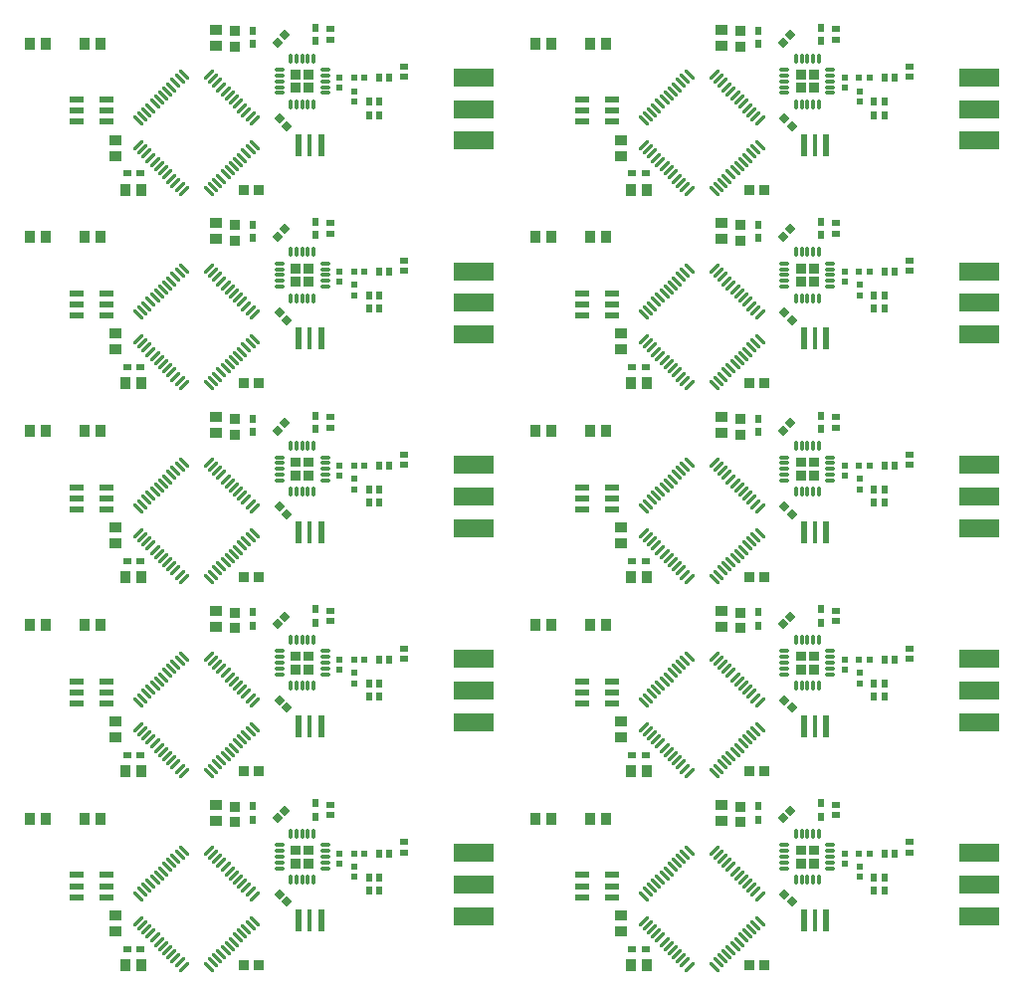
<source format=gtp>
G04*
G04 #@! TF.GenerationSoftware,Altium Limited,Altium Designer,22.10.1 (41)*
G04*
G04 Layer_Color=6221823*
%FSTAX24Y24*%
%MOIN*%
G70*
G04*
G04 #@! TF.SameCoordinates,5BB37C8D-2695-4AAB-85CC-B91A701228BC*
G04*
G04*
G04 #@! TF.FilePolarity,Positive*
G04*
G01*
G75*
%ADD17R,0.1378X0.0591*%
G04:AMPARAMS|DCode=18|XSize=25.2mil|YSize=23.6mil|CornerRadius=0mil|HoleSize=0mil|Usage=FLASHONLY|Rotation=225.000|XOffset=0mil|YOffset=0mil|HoleType=Round|Shape=Rectangle|*
%AMROTATEDRECTD18*
4,1,4,0.0006,0.0173,0.0173,0.0006,-0.0006,-0.0173,-0.0173,-0.0006,0.0006,0.0173,0.0*
%
%ADD18ROTATEDRECTD18*%

G04:AMPARAMS|DCode=19|XSize=25.2mil|YSize=23.6mil|CornerRadius=0mil|HoleSize=0mil|Usage=FLASHONLY|Rotation=135.000|XOffset=0mil|YOffset=0mil|HoleType=Round|Shape=Rectangle|*
%AMROTATEDRECTD19*
4,1,4,0.0173,-0.0006,0.0006,-0.0173,-0.0173,0.0006,-0.0006,0.0173,0.0173,-0.0006,0.0*
%
%ADD19ROTATEDRECTD19*%

%ADD20R,0.0236X0.0252*%
%ADD21R,0.0252X0.0236*%
%ADD22R,0.0394X0.0354*%
%ADD23R,0.0354X0.0394*%
%ADD24R,0.0236X0.0197*%
%ADD25R,0.0197X0.0236*%
%ADD26R,0.0335X0.0374*%
%ADD27R,0.0295X0.0236*%
%ADD28R,0.0236X0.0295*%
%ADD29R,0.0374X0.0335*%
G04:AMPARAMS|DCode=30|XSize=47.6mil|YSize=23.2mil|CornerRadius=2.9mil|HoleSize=0mil|Usage=FLASHONLY|Rotation=0.000|XOffset=0mil|YOffset=0mil|HoleType=Round|Shape=RoundedRectangle|*
%AMROUNDEDRECTD30*
21,1,0.0476,0.0174,0,0,0.0*
21,1,0.0418,0.0232,0,0,0.0*
1,1,0.0058,0.0209,-0.0087*
1,1,0.0058,-0.0209,-0.0087*
1,1,0.0058,-0.0209,0.0087*
1,1,0.0058,0.0209,0.0087*
%
%ADD30ROUNDEDRECTD30*%
%ADD31R,0.0157X0.0748*%
%ADD32R,0.0236X0.0748*%
G04:AMPARAMS|DCode=34|XSize=31.9mil|YSize=10.2mil|CornerRadius=1.3mil|HoleSize=0mil|Usage=FLASHONLY|Rotation=0.000|XOffset=0mil|YOffset=0mil|HoleType=Round|Shape=RoundedRectangle|*
%AMROUNDEDRECTD34*
21,1,0.0319,0.0077,0,0,0.0*
21,1,0.0293,0.0102,0,0,0.0*
1,1,0.0026,0.0147,-0.0038*
1,1,0.0026,-0.0147,-0.0038*
1,1,0.0026,-0.0147,0.0038*
1,1,0.0026,0.0147,0.0038*
%
%ADD34ROUNDEDRECTD34*%
G04:AMPARAMS|DCode=35|XSize=31.9mil|YSize=10.2mil|CornerRadius=1.3mil|HoleSize=0mil|Usage=FLASHONLY|Rotation=90.000|XOffset=0mil|YOffset=0mil|HoleType=Round|Shape=RoundedRectangle|*
%AMROUNDEDRECTD35*
21,1,0.0319,0.0077,0,0,90.0*
21,1,0.0293,0.0102,0,0,90.0*
1,1,0.0026,0.0038,0.0147*
1,1,0.0026,0.0038,-0.0147*
1,1,0.0026,-0.0038,-0.0147*
1,1,0.0026,-0.0038,0.0147*
%
%ADD35ROUNDEDRECTD35*%
G04:AMPARAMS|DCode=36|XSize=11.8mil|YSize=47.2mil|CornerRadius=0mil|HoleSize=0mil|Usage=FLASHONLY|Rotation=225.000|XOffset=0mil|YOffset=0mil|HoleType=Round|Shape=Round|*
%AMOVALD36*
21,1,0.0354,0.0118,0.0000,0.0000,315.0*
1,1,0.0118,-0.0125,0.0125*
1,1,0.0118,0.0125,-0.0125*
%
%ADD36OVALD36*%

G04:AMPARAMS|DCode=37|XSize=11.8mil|YSize=47.2mil|CornerRadius=0mil|HoleSize=0mil|Usage=FLASHONLY|Rotation=135.000|XOffset=0mil|YOffset=0mil|HoleType=Round|Shape=Round|*
%AMOVALD37*
21,1,0.0354,0.0118,0.0000,0.0000,225.0*
1,1,0.0118,0.0125,0.0125*
1,1,0.0118,-0.0125,-0.0125*
%
%ADD37OVALD37*%

G36*
X044133Y043601D02*
X043809D01*
Y043924D01*
X044133D01*
Y043601D01*
D02*
G37*
G36*
X027204D02*
X02688D01*
Y043924D01*
X027204D01*
Y043601D01*
D02*
G37*
G36*
X044582Y043601D02*
X044259D01*
Y043924D01*
X044582D01*
Y043601D01*
D02*
G37*
G36*
X027652D02*
X02733D01*
Y043924D01*
X027652D01*
Y043601D01*
D02*
G37*
G36*
X044582Y043152D02*
X044259D01*
Y043475D01*
X044582D01*
Y043152D01*
D02*
G37*
G36*
X027652D02*
X02733D01*
Y043475D01*
X027652D01*
Y043152D01*
D02*
G37*
G36*
X044133Y043152D02*
X04381D01*
Y043475D01*
X044133D01*
Y043152D01*
D02*
G37*
G36*
X027204D02*
X026881D01*
Y043475D01*
X027204D01*
Y043152D01*
D02*
G37*
G36*
X044133Y037105D02*
X043809D01*
Y037428D01*
X044133D01*
Y037105D01*
D02*
G37*
G36*
X027204D02*
X02688D01*
Y037428D01*
X027204D01*
Y037105D01*
D02*
G37*
G36*
X044582Y037105D02*
X044259D01*
Y037428D01*
X044582D01*
Y037105D01*
D02*
G37*
G36*
X027652D02*
X02733D01*
Y037428D01*
X027652D01*
Y037105D01*
D02*
G37*
G36*
X044582Y036656D02*
X044259D01*
Y036979D01*
X044582D01*
Y036656D01*
D02*
G37*
G36*
X027652D02*
X02733D01*
Y036979D01*
X027652D01*
Y036656D01*
D02*
G37*
G36*
X044133Y036656D02*
X04381D01*
Y036979D01*
X044133D01*
Y036656D01*
D02*
G37*
G36*
X027204D02*
X026881D01*
Y036979D01*
X027204D01*
Y036656D01*
D02*
G37*
G36*
X044133Y030609D02*
X043809D01*
Y030932D01*
X044133D01*
Y030609D01*
D02*
G37*
G36*
X027204D02*
X02688D01*
Y030932D01*
X027204D01*
Y030609D01*
D02*
G37*
G36*
X044582Y030609D02*
X044259D01*
Y030932D01*
X044582D01*
Y030609D01*
D02*
G37*
G36*
X027652D02*
X02733D01*
Y030932D01*
X027652D01*
Y030609D01*
D02*
G37*
G36*
X044582Y03016D02*
X044259D01*
Y030483D01*
X044582D01*
Y03016D01*
D02*
G37*
G36*
X027652D02*
X02733D01*
Y030483D01*
X027652D01*
Y03016D01*
D02*
G37*
G36*
X044133Y03016D02*
X04381D01*
Y030483D01*
X044133D01*
Y03016D01*
D02*
G37*
G36*
X027204D02*
X026881D01*
Y030483D01*
X027204D01*
Y03016D01*
D02*
G37*
G36*
X044133Y024113D02*
X043809D01*
Y024436D01*
X044133D01*
Y024113D01*
D02*
G37*
G36*
X027204D02*
X02688D01*
Y024436D01*
X027204D01*
Y024113D01*
D02*
G37*
G36*
X044582Y024113D02*
X044259D01*
Y024436D01*
X044582D01*
Y024113D01*
D02*
G37*
G36*
X027652D02*
X02733D01*
Y024436D01*
X027652D01*
Y024113D01*
D02*
G37*
G36*
X044582Y023664D02*
X044259D01*
Y023987D01*
X044582D01*
Y023664D01*
D02*
G37*
G36*
X027652D02*
X02733D01*
Y023987D01*
X027652D01*
Y023664D01*
D02*
G37*
G36*
X044133Y023664D02*
X04381D01*
Y023987D01*
X044133D01*
Y023664D01*
D02*
G37*
G36*
X027204D02*
X026881D01*
Y023987D01*
X027204D01*
Y023664D01*
D02*
G37*
G36*
X044133Y017617D02*
X043809D01*
Y017939D01*
X044133D01*
Y017617D01*
D02*
G37*
G36*
X027204D02*
X02688D01*
Y017939D01*
X027204D01*
Y017617D01*
D02*
G37*
G36*
X044582Y017617D02*
X044259D01*
Y017939D01*
X044582D01*
Y017617D01*
D02*
G37*
G36*
X027652D02*
X02733D01*
Y017939D01*
X027652D01*
Y017617D01*
D02*
G37*
G36*
X044582Y017168D02*
X044259D01*
Y017491D01*
X044582D01*
Y017168D01*
D02*
G37*
G36*
X027652D02*
X02733D01*
Y017491D01*
X027652D01*
Y017168D01*
D02*
G37*
G36*
X044133Y017168D02*
X04381D01*
Y017491D01*
X044133D01*
Y017168D01*
D02*
G37*
G36*
X027204D02*
X026881D01*
Y017491D01*
X027204D01*
Y017168D01*
D02*
G37*
D17*
X033023Y016621D02*
D03*
Y017684D02*
D03*
Y015558D02*
D03*
X049952Y016621D02*
D03*
Y017684D02*
D03*
Y015558D02*
D03*
X033023Y023117D02*
D03*
Y02418D02*
D03*
Y022054D02*
D03*
X049952Y023117D02*
D03*
Y02418D02*
D03*
Y022054D02*
D03*
X033023Y029613D02*
D03*
Y030676D02*
D03*
Y02855D02*
D03*
X049952Y029613D02*
D03*
Y030676D02*
D03*
Y02855D02*
D03*
X033023Y03611D02*
D03*
Y037173D02*
D03*
Y035047D02*
D03*
X049952Y03611D02*
D03*
Y037173D02*
D03*
Y035047D02*
D03*
X033023Y042606D02*
D03*
Y043669D02*
D03*
Y041543D02*
D03*
X049952Y042606D02*
D03*
Y043669D02*
D03*
Y041543D02*
D03*
D18*
X026745Y016049D02*
D03*
X0265Y016294D02*
D03*
X043675Y016049D02*
D03*
X04343Y016294D02*
D03*
X026745Y022545D02*
D03*
X0265Y02279D02*
D03*
X043675Y022545D02*
D03*
X04343Y02279D02*
D03*
X026745Y029041D02*
D03*
X0265Y029286D02*
D03*
X043675Y029041D02*
D03*
X04343Y029286D02*
D03*
X026745Y035537D02*
D03*
X0265Y035782D02*
D03*
X043675Y035537D02*
D03*
X04343Y035782D02*
D03*
X026745Y042033D02*
D03*
X0265Y042278D02*
D03*
X043675Y042033D02*
D03*
X04343Y042278D02*
D03*
D19*
X02645Y018849D02*
D03*
X026695Y019094D02*
D03*
X04338Y018849D02*
D03*
X043625Y019094D02*
D03*
X02645Y025345D02*
D03*
X026695Y02559D02*
D03*
X04338Y025345D02*
D03*
X043625Y02559D02*
D03*
X02645Y031841D02*
D03*
X026695Y032086D02*
D03*
X04338Y031841D02*
D03*
X043625Y032086D02*
D03*
X02645Y038337D02*
D03*
X026695Y038582D02*
D03*
X04338Y038337D02*
D03*
X043625Y038582D02*
D03*
X02645Y044833D02*
D03*
X026695Y045078D02*
D03*
X04338Y044833D02*
D03*
X043625Y045078D02*
D03*
D20*
X0295Y016421D02*
D03*
X029846D02*
D03*
X0295Y016871D02*
D03*
X029846D02*
D03*
X030196Y017671D02*
D03*
X02985D02*
D03*
X046429Y016421D02*
D03*
X046775D02*
D03*
X046429Y016871D02*
D03*
X046775D02*
D03*
X047125Y017671D02*
D03*
X046779D02*
D03*
X0295Y022917D02*
D03*
X029846D02*
D03*
X0295Y023367D02*
D03*
X029846D02*
D03*
X030196Y024167D02*
D03*
X02985D02*
D03*
X046429Y022917D02*
D03*
X046775D02*
D03*
X046429Y023367D02*
D03*
X046775D02*
D03*
X047125Y024167D02*
D03*
X046779D02*
D03*
X0295Y029413D02*
D03*
X029846D02*
D03*
X0295Y029863D02*
D03*
X029846D02*
D03*
X030196Y030663D02*
D03*
X02985D02*
D03*
X046429Y029413D02*
D03*
X046775D02*
D03*
X046429Y029863D02*
D03*
X046775D02*
D03*
X047125Y030663D02*
D03*
X046779D02*
D03*
X0295Y03591D02*
D03*
X029846D02*
D03*
X0295Y03636D02*
D03*
X029846D02*
D03*
X030196Y03716D02*
D03*
X02985D02*
D03*
X046429Y03591D02*
D03*
X046775D02*
D03*
X046429Y03636D02*
D03*
X046775D02*
D03*
X047125Y03716D02*
D03*
X046779D02*
D03*
X0295Y042406D02*
D03*
X029846D02*
D03*
X0295Y042856D02*
D03*
X029846D02*
D03*
X030196Y043656D02*
D03*
X02985D02*
D03*
X046429Y042406D02*
D03*
X046775D02*
D03*
X046429Y042856D02*
D03*
X046775D02*
D03*
X047125Y043656D02*
D03*
X046779D02*
D03*
D21*
X030673Y017698D02*
D03*
Y018045D02*
D03*
X028223Y019295D02*
D03*
Y018948D02*
D03*
X047602Y017698D02*
D03*
Y018045D02*
D03*
X045152Y019295D02*
D03*
Y018948D02*
D03*
X030673Y024194D02*
D03*
Y024541D02*
D03*
X028223Y025791D02*
D03*
Y025444D02*
D03*
X047602Y024194D02*
D03*
Y024541D02*
D03*
X045152Y025791D02*
D03*
Y025444D02*
D03*
X030673Y03069D02*
D03*
Y031037D02*
D03*
X028223Y032287D02*
D03*
Y03194D02*
D03*
X047602Y03069D02*
D03*
Y031037D02*
D03*
X045152Y032287D02*
D03*
Y03194D02*
D03*
X030673Y037186D02*
D03*
Y037533D02*
D03*
X028223Y038783D02*
D03*
Y038436D02*
D03*
X047602Y037186D02*
D03*
Y037533D02*
D03*
X045152Y038783D02*
D03*
Y038436D02*
D03*
X030673Y043682D02*
D03*
Y044029D02*
D03*
X028223Y045279D02*
D03*
Y044932D02*
D03*
X047602Y043682D02*
D03*
Y044029D02*
D03*
X045152Y045279D02*
D03*
Y044932D02*
D03*
D22*
X021023Y015056D02*
D03*
Y015587D02*
D03*
X024373Y019287D02*
D03*
Y018756D02*
D03*
X037952Y015056D02*
D03*
Y015587D02*
D03*
X041302Y019287D02*
D03*
Y018756D02*
D03*
X021023Y021552D02*
D03*
Y022083D02*
D03*
X024373Y025783D02*
D03*
Y025252D02*
D03*
X037952Y021552D02*
D03*
Y022083D02*
D03*
X041302Y025783D02*
D03*
Y025252D02*
D03*
X021023Y028048D02*
D03*
Y028579D02*
D03*
X024373Y032279D02*
D03*
Y031748D02*
D03*
X037952Y028048D02*
D03*
Y028579D02*
D03*
X041302Y032279D02*
D03*
Y031748D02*
D03*
X021023Y034544D02*
D03*
Y035075D02*
D03*
X024373Y038775D02*
D03*
Y038244D02*
D03*
X037952Y034544D02*
D03*
Y035075D02*
D03*
X041302Y038775D02*
D03*
Y038244D02*
D03*
X021023Y04104D02*
D03*
Y041571D02*
D03*
X024373Y045271D02*
D03*
Y04474D02*
D03*
X037952Y04104D02*
D03*
Y041571D02*
D03*
X041302Y045271D02*
D03*
Y04474D02*
D03*
D23*
X021889Y013921D02*
D03*
X021357D02*
D03*
X020504Y018821D02*
D03*
X019973D02*
D03*
X018673D02*
D03*
X018141D02*
D03*
X038818Y013921D02*
D03*
X038286D02*
D03*
X037434Y018821D02*
D03*
X036902D02*
D03*
X035602D02*
D03*
X035071D02*
D03*
X021889Y020417D02*
D03*
X021357D02*
D03*
X020504Y025317D02*
D03*
X019973D02*
D03*
X018673D02*
D03*
X018141D02*
D03*
X038818Y020417D02*
D03*
X038286D02*
D03*
X037434Y025317D02*
D03*
X036902D02*
D03*
X035602D02*
D03*
X035071D02*
D03*
X021889Y026913D02*
D03*
X021357D02*
D03*
X020504Y031813D02*
D03*
X019973D02*
D03*
X018673D02*
D03*
X018141D02*
D03*
X038818Y026913D02*
D03*
X038286D02*
D03*
X037434Y031813D02*
D03*
X036902D02*
D03*
X035602D02*
D03*
X035071D02*
D03*
X021889Y03341D02*
D03*
X021357D02*
D03*
X020504Y03831D02*
D03*
X019973D02*
D03*
X018673D02*
D03*
X018141D02*
D03*
X038818Y03341D02*
D03*
X038286D02*
D03*
X037434Y03831D02*
D03*
X036902D02*
D03*
X035602D02*
D03*
X035071D02*
D03*
X021889Y039906D02*
D03*
X021357D02*
D03*
X020504Y044806D02*
D03*
X019973D02*
D03*
X018673D02*
D03*
X018141D02*
D03*
X038818Y039906D02*
D03*
X038286D02*
D03*
X037434Y044806D02*
D03*
X036902D02*
D03*
X035602D02*
D03*
X035071D02*
D03*
D24*
X029023Y017221D02*
D03*
Y016875D02*
D03*
X028523Y017325D02*
D03*
Y017671D02*
D03*
X045952Y017221D02*
D03*
Y016875D02*
D03*
X045452Y017325D02*
D03*
Y017671D02*
D03*
X029023Y023717D02*
D03*
Y023371D02*
D03*
X028523Y023821D02*
D03*
Y024167D02*
D03*
X045952Y023717D02*
D03*
Y023371D02*
D03*
X045452Y023821D02*
D03*
Y024167D02*
D03*
X029023Y030213D02*
D03*
Y029867D02*
D03*
X028523Y030317D02*
D03*
Y030663D02*
D03*
X045952Y030213D02*
D03*
Y029867D02*
D03*
X045452Y030317D02*
D03*
Y030663D02*
D03*
X029023Y03671D02*
D03*
Y036363D02*
D03*
X028523Y036813D02*
D03*
Y03716D02*
D03*
X045952Y03671D02*
D03*
Y036363D02*
D03*
X045452Y036813D02*
D03*
Y03716D02*
D03*
X029023Y043206D02*
D03*
Y042859D02*
D03*
X028523Y043309D02*
D03*
Y043656D02*
D03*
X045952Y043206D02*
D03*
Y042859D02*
D03*
X045452Y043309D02*
D03*
Y043656D02*
D03*
D25*
X029346Y017671D02*
D03*
X029D02*
D03*
X046275D02*
D03*
X045929D02*
D03*
X029346Y024167D02*
D03*
X029D02*
D03*
X046275D02*
D03*
X045929D02*
D03*
X029346Y030663D02*
D03*
X029D02*
D03*
X046275D02*
D03*
X045929D02*
D03*
X029346Y03716D02*
D03*
X029D02*
D03*
X046275D02*
D03*
X045929D02*
D03*
X029346Y043656D02*
D03*
X029D02*
D03*
X046275D02*
D03*
X045929D02*
D03*
D26*
X025829Y013921D02*
D03*
X025317D02*
D03*
X042758D02*
D03*
X042246D02*
D03*
X025829Y020417D02*
D03*
X025317D02*
D03*
X042758D02*
D03*
X042246D02*
D03*
X025829Y026913D02*
D03*
X025317D02*
D03*
X042758D02*
D03*
X042246D02*
D03*
X025829Y03341D02*
D03*
X025317D02*
D03*
X042758D02*
D03*
X042246D02*
D03*
X025829Y039906D02*
D03*
X025317D02*
D03*
X042758D02*
D03*
X042246D02*
D03*
D27*
X021849Y014471D02*
D03*
X021397D02*
D03*
X038778D02*
D03*
X038326D02*
D03*
X021849Y020967D02*
D03*
X021397D02*
D03*
X038778D02*
D03*
X038326D02*
D03*
X021849Y027463D02*
D03*
X021397D02*
D03*
X038778D02*
D03*
X038326D02*
D03*
X021849Y03396D02*
D03*
X021397D02*
D03*
X038778D02*
D03*
X038326D02*
D03*
X021849Y040456D02*
D03*
X021397D02*
D03*
X038778D02*
D03*
X038326D02*
D03*
D28*
X027723Y018895D02*
D03*
Y019348D02*
D03*
X025623Y019248D02*
D03*
Y018795D02*
D03*
X044652Y018895D02*
D03*
Y019348D02*
D03*
X042552Y019248D02*
D03*
Y018795D02*
D03*
X027723Y025391D02*
D03*
Y025844D02*
D03*
X025623Y025744D02*
D03*
Y025291D02*
D03*
X044652Y025391D02*
D03*
Y025844D02*
D03*
X042552Y025744D02*
D03*
Y025291D02*
D03*
X027723Y031887D02*
D03*
Y03234D02*
D03*
X025623Y03224D02*
D03*
Y031787D02*
D03*
X044652Y031887D02*
D03*
Y03234D02*
D03*
X042552Y03224D02*
D03*
Y031787D02*
D03*
X027723Y038383D02*
D03*
Y038836D02*
D03*
X025623Y038736D02*
D03*
Y038283D02*
D03*
X044652Y038383D02*
D03*
Y038836D02*
D03*
X042552Y038736D02*
D03*
Y038283D02*
D03*
X027723Y044879D02*
D03*
Y045332D02*
D03*
X025623Y045232D02*
D03*
Y044779D02*
D03*
X044652Y044879D02*
D03*
Y045332D02*
D03*
X042552Y045232D02*
D03*
Y044779D02*
D03*
D29*
X025023Y019227D02*
D03*
Y018715D02*
D03*
X041952Y019227D02*
D03*
Y018715D02*
D03*
X025023Y025723D02*
D03*
Y025211D02*
D03*
X041952Y025723D02*
D03*
Y025211D02*
D03*
X025023Y032219D02*
D03*
Y031708D02*
D03*
X041952Y032219D02*
D03*
Y031708D02*
D03*
X025023Y038715D02*
D03*
Y038204D02*
D03*
X041952Y038715D02*
D03*
Y038204D02*
D03*
X025023Y045211D02*
D03*
Y0447D02*
D03*
X041952Y045211D02*
D03*
Y0447D02*
D03*
D30*
X019729Y016945D02*
D03*
Y016571D02*
D03*
Y016197D02*
D03*
X020717D02*
D03*
X020717Y016571D02*
D03*
X020717Y016945D02*
D03*
X036658D02*
D03*
Y016571D02*
D03*
Y016197D02*
D03*
X037646D02*
D03*
X037646Y016571D02*
D03*
X037646Y016945D02*
D03*
X019729Y023441D02*
D03*
Y023067D02*
D03*
Y022693D02*
D03*
X020717D02*
D03*
X020717Y023067D02*
D03*
X020717Y023441D02*
D03*
X036658D02*
D03*
Y023067D02*
D03*
Y022693D02*
D03*
X037646D02*
D03*
X037646Y023067D02*
D03*
X037646Y023441D02*
D03*
X019729Y029937D02*
D03*
Y029563D02*
D03*
Y029189D02*
D03*
X020717D02*
D03*
X020717Y029563D02*
D03*
X020717Y029937D02*
D03*
X036658D02*
D03*
Y029563D02*
D03*
Y029189D02*
D03*
X037646D02*
D03*
X037646Y029563D02*
D03*
X037646Y029937D02*
D03*
X019729Y036434D02*
D03*
Y03606D02*
D03*
Y035686D02*
D03*
X020717D02*
D03*
X020717Y03606D02*
D03*
X020717Y036434D02*
D03*
X036658D02*
D03*
Y03606D02*
D03*
Y035686D02*
D03*
X037646D02*
D03*
X037646Y03606D02*
D03*
X037646Y036434D02*
D03*
X019729Y04293D02*
D03*
Y042556D02*
D03*
Y042182D02*
D03*
X020717D02*
D03*
X020717Y042556D02*
D03*
X020717Y04293D02*
D03*
X036658D02*
D03*
Y042556D02*
D03*
Y042182D02*
D03*
X037646D02*
D03*
X037646Y042556D02*
D03*
X037646Y04293D02*
D03*
D31*
X027523Y015421D02*
D03*
X044452D02*
D03*
X027523Y021917D02*
D03*
X044452D02*
D03*
X027523Y028413D02*
D03*
X044452D02*
D03*
X027523Y03491D02*
D03*
X044452D02*
D03*
X027523Y041406D02*
D03*
X044452D02*
D03*
D32*
X027897Y015421D02*
D03*
X027149D02*
D03*
X044826D02*
D03*
X044078D02*
D03*
X027897Y021917D02*
D03*
X027149D02*
D03*
X044826D02*
D03*
X044078D02*
D03*
X027897Y028413D02*
D03*
X027149D02*
D03*
X044826D02*
D03*
X044078D02*
D03*
X027897Y03491D02*
D03*
X027149D02*
D03*
X044826D02*
D03*
X044078D02*
D03*
X027897Y041406D02*
D03*
X027149D02*
D03*
X044826D02*
D03*
X044078D02*
D03*
D34*
X028034Y017947D02*
D03*
Y01775D02*
D03*
Y017554D02*
D03*
Y017357D02*
D03*
Y01716D02*
D03*
X026499D02*
D03*
Y017357D02*
D03*
Y017554D02*
D03*
Y01775D02*
D03*
Y017947D02*
D03*
X044963D02*
D03*
Y01775D02*
D03*
Y017554D02*
D03*
Y017357D02*
D03*
Y01716D02*
D03*
X043428D02*
D03*
Y017357D02*
D03*
Y017554D02*
D03*
Y01775D02*
D03*
Y017947D02*
D03*
X028034Y024443D02*
D03*
Y024247D02*
D03*
Y02405D02*
D03*
Y023853D02*
D03*
Y023656D02*
D03*
X026499D02*
D03*
Y023853D02*
D03*
Y02405D02*
D03*
Y024247D02*
D03*
Y024443D02*
D03*
X044963D02*
D03*
Y024247D02*
D03*
Y02405D02*
D03*
Y023853D02*
D03*
Y023656D02*
D03*
X043428D02*
D03*
Y023853D02*
D03*
Y02405D02*
D03*
Y024247D02*
D03*
Y024443D02*
D03*
X028034Y030939D02*
D03*
Y030743D02*
D03*
Y030546D02*
D03*
Y030349D02*
D03*
Y030152D02*
D03*
X026499D02*
D03*
Y030349D02*
D03*
Y030546D02*
D03*
Y030743D02*
D03*
Y030939D02*
D03*
X044963D02*
D03*
Y030743D02*
D03*
Y030546D02*
D03*
Y030349D02*
D03*
Y030152D02*
D03*
X043428D02*
D03*
Y030349D02*
D03*
Y030546D02*
D03*
Y030743D02*
D03*
Y030939D02*
D03*
X028034Y037436D02*
D03*
Y037239D02*
D03*
Y037042D02*
D03*
Y036845D02*
D03*
Y036648D02*
D03*
X026499D02*
D03*
Y036845D02*
D03*
Y037042D02*
D03*
Y037239D02*
D03*
Y037436D02*
D03*
X044963D02*
D03*
Y037239D02*
D03*
Y037042D02*
D03*
Y036845D02*
D03*
Y036648D02*
D03*
X043428D02*
D03*
Y036845D02*
D03*
Y037042D02*
D03*
Y037239D02*
D03*
Y037436D02*
D03*
X028034Y043932D02*
D03*
Y043735D02*
D03*
Y043538D02*
D03*
Y043341D02*
D03*
Y043144D02*
D03*
X026499D02*
D03*
Y043341D02*
D03*
Y043538D02*
D03*
Y043735D02*
D03*
Y043932D02*
D03*
X044963D02*
D03*
Y043735D02*
D03*
Y043538D02*
D03*
Y043341D02*
D03*
Y043144D02*
D03*
X043428D02*
D03*
Y043341D02*
D03*
Y043538D02*
D03*
Y043735D02*
D03*
Y043932D02*
D03*
D35*
X026873Y018321D02*
D03*
X02707D02*
D03*
X027267D02*
D03*
X027463D02*
D03*
X02766D02*
D03*
Y016786D02*
D03*
X027463D02*
D03*
X027267D02*
D03*
X02707D02*
D03*
X026873D02*
D03*
X043802Y018321D02*
D03*
X043999D02*
D03*
X044196D02*
D03*
X044393D02*
D03*
X044589D02*
D03*
Y016786D02*
D03*
X044393D02*
D03*
X044196D02*
D03*
X043999D02*
D03*
X043802D02*
D03*
X026873Y024817D02*
D03*
X02707D02*
D03*
X027267D02*
D03*
X027463D02*
D03*
X02766D02*
D03*
Y023282D02*
D03*
X027463D02*
D03*
X027267D02*
D03*
X02707D02*
D03*
X026873D02*
D03*
X043802Y024817D02*
D03*
X043999D02*
D03*
X044196D02*
D03*
X044393D02*
D03*
X044589D02*
D03*
Y023282D02*
D03*
X044393D02*
D03*
X044196D02*
D03*
X043999D02*
D03*
X043802D02*
D03*
X026873Y031313D02*
D03*
X02707D02*
D03*
X027267D02*
D03*
X027463D02*
D03*
X02766D02*
D03*
Y029778D02*
D03*
X027463D02*
D03*
X027267D02*
D03*
X02707D02*
D03*
X026873D02*
D03*
X043802Y031313D02*
D03*
X043999D02*
D03*
X044196D02*
D03*
X044393D02*
D03*
X044589D02*
D03*
Y029778D02*
D03*
X044393D02*
D03*
X044196D02*
D03*
X043999D02*
D03*
X043802D02*
D03*
X026873Y03781D02*
D03*
X02707D02*
D03*
X027267D02*
D03*
X027463D02*
D03*
X02766D02*
D03*
Y036274D02*
D03*
X027463D02*
D03*
X027267D02*
D03*
X02707D02*
D03*
X026873D02*
D03*
X043802Y03781D02*
D03*
X043999D02*
D03*
X044196D02*
D03*
X044393D02*
D03*
X044589D02*
D03*
Y036274D02*
D03*
X044393D02*
D03*
X044196D02*
D03*
X043999D02*
D03*
X043802D02*
D03*
X026873Y044306D02*
D03*
X02707D02*
D03*
X027267D02*
D03*
X027463D02*
D03*
X02766D02*
D03*
Y04277D02*
D03*
X027463D02*
D03*
X027267D02*
D03*
X02707D02*
D03*
X026873D02*
D03*
X043802Y044306D02*
D03*
X043999D02*
D03*
X044196D02*
D03*
X044393D02*
D03*
X044589D02*
D03*
Y04277D02*
D03*
X044393D02*
D03*
X044196D02*
D03*
X043999D02*
D03*
X043802D02*
D03*
D36*
X02414Y013873D02*
D03*
X02428Y014012D02*
D03*
X024419Y014151D02*
D03*
X024558Y01429D02*
D03*
X024697Y014429D02*
D03*
X024836Y014569D02*
D03*
X024976Y014708D02*
D03*
X025115Y014847D02*
D03*
X025254Y014986D02*
D03*
X025393Y015125D02*
D03*
X025532Y015265D02*
D03*
X025672Y015404D02*
D03*
X023305Y01777D02*
D03*
X023166Y017631D02*
D03*
X023027Y017492D02*
D03*
X022888Y017352D02*
D03*
X022749Y017213D02*
D03*
X022609Y017074D02*
D03*
X02247Y016935D02*
D03*
X022331Y016796D02*
D03*
X022192Y016656D02*
D03*
X022053Y016517D02*
D03*
X021913Y016378D02*
D03*
X021774Y016239D02*
D03*
X04107Y013873D02*
D03*
X041209Y014012D02*
D03*
X041348Y014151D02*
D03*
X041487Y01429D02*
D03*
X041626Y014429D02*
D03*
X041766Y014569D02*
D03*
X041905Y014708D02*
D03*
X042044Y014847D02*
D03*
X042183Y014986D02*
D03*
X042322Y015125D02*
D03*
X042462Y015265D02*
D03*
X042601Y015404D02*
D03*
X040234Y01777D02*
D03*
X040095Y017631D02*
D03*
X039956Y017492D02*
D03*
X039817Y017352D02*
D03*
X039678Y017213D02*
D03*
X039538Y017074D02*
D03*
X039399Y016935D02*
D03*
X03926Y016796D02*
D03*
X039121Y016656D02*
D03*
X038982Y016517D02*
D03*
X038843Y016378D02*
D03*
X038703Y016239D02*
D03*
X02414Y020369D02*
D03*
X02428Y020508D02*
D03*
X024419Y020647D02*
D03*
X024558Y020786D02*
D03*
X024697Y020925D02*
D03*
X024836Y021065D02*
D03*
X024976Y021204D02*
D03*
X025115Y021343D02*
D03*
X025254Y021482D02*
D03*
X025393Y021621D02*
D03*
X025532Y021761D02*
D03*
X025672Y0219D02*
D03*
X023305Y024266D02*
D03*
X023166Y024127D02*
D03*
X023027Y023988D02*
D03*
X022888Y023849D02*
D03*
X022749Y023709D02*
D03*
X022609Y02357D02*
D03*
X02247Y023431D02*
D03*
X022331Y023292D02*
D03*
X022192Y023153D02*
D03*
X022053Y023013D02*
D03*
X021913Y022874D02*
D03*
X021774Y022735D02*
D03*
X04107Y020369D02*
D03*
X041209Y020508D02*
D03*
X041348Y020647D02*
D03*
X041487Y020786D02*
D03*
X041626Y020925D02*
D03*
X041766Y021065D02*
D03*
X041905Y021204D02*
D03*
X042044Y021343D02*
D03*
X042183Y021482D02*
D03*
X042322Y021621D02*
D03*
X042462Y021761D02*
D03*
X042601Y0219D02*
D03*
X040234Y024266D02*
D03*
X040095Y024127D02*
D03*
X039956Y023988D02*
D03*
X039817Y023849D02*
D03*
X039678Y023709D02*
D03*
X039538Y02357D02*
D03*
X039399Y023431D02*
D03*
X03926Y023292D02*
D03*
X039121Y023153D02*
D03*
X038982Y023013D02*
D03*
X038843Y022874D02*
D03*
X038703Y022735D02*
D03*
X02414Y026865D02*
D03*
X02428Y027004D02*
D03*
X024419Y027143D02*
D03*
X024558Y027282D02*
D03*
X024697Y027422D02*
D03*
X024836Y027561D02*
D03*
X024976Y0277D02*
D03*
X025115Y027839D02*
D03*
X025254Y027978D02*
D03*
X025393Y028117D02*
D03*
X025532Y028257D02*
D03*
X025672Y028396D02*
D03*
X023305Y030762D02*
D03*
X023166Y030623D02*
D03*
X023027Y030484D02*
D03*
X022888Y030345D02*
D03*
X022749Y030205D02*
D03*
X022609Y030066D02*
D03*
X02247Y029927D02*
D03*
X022331Y029788D02*
D03*
X022192Y029649D02*
D03*
X022053Y029509D02*
D03*
X021913Y02937D02*
D03*
X021774Y029231D02*
D03*
X04107Y026865D02*
D03*
X041209Y027004D02*
D03*
X041348Y027143D02*
D03*
X041487Y027282D02*
D03*
X041626Y027422D02*
D03*
X041766Y027561D02*
D03*
X041905Y0277D02*
D03*
X042044Y027839D02*
D03*
X042183Y027978D02*
D03*
X042322Y028117D02*
D03*
X042462Y028257D02*
D03*
X042601Y028396D02*
D03*
X040234Y030762D02*
D03*
X040095Y030623D02*
D03*
X039956Y030484D02*
D03*
X039817Y030345D02*
D03*
X039678Y030205D02*
D03*
X039538Y030066D02*
D03*
X039399Y029927D02*
D03*
X03926Y029788D02*
D03*
X039121Y029649D02*
D03*
X038982Y029509D02*
D03*
X038843Y02937D02*
D03*
X038703Y029231D02*
D03*
X02414Y033361D02*
D03*
X02428Y0335D02*
D03*
X024419Y033639D02*
D03*
X024558Y033778D02*
D03*
X024697Y033918D02*
D03*
X024836Y034057D02*
D03*
X024976Y034196D02*
D03*
X025115Y034335D02*
D03*
X025254Y034474D02*
D03*
X025393Y034614D02*
D03*
X025532Y034753D02*
D03*
X025672Y034892D02*
D03*
X023305Y037258D02*
D03*
X023166Y037119D02*
D03*
X023027Y03698D02*
D03*
X022888Y036841D02*
D03*
X022749Y036701D02*
D03*
X022609Y036562D02*
D03*
X02247Y036423D02*
D03*
X022331Y036284D02*
D03*
X022192Y036145D02*
D03*
X022053Y036005D02*
D03*
X021913Y035866D02*
D03*
X021774Y035727D02*
D03*
X04107Y033361D02*
D03*
X041209Y0335D02*
D03*
X041348Y033639D02*
D03*
X041487Y033778D02*
D03*
X041626Y033918D02*
D03*
X041766Y034057D02*
D03*
X041905Y034196D02*
D03*
X042044Y034335D02*
D03*
X042183Y034474D02*
D03*
X042322Y034614D02*
D03*
X042462Y034753D02*
D03*
X042601Y034892D02*
D03*
X040234Y037258D02*
D03*
X040095Y037119D02*
D03*
X039956Y03698D02*
D03*
X039817Y036841D02*
D03*
X039678Y036701D02*
D03*
X039538Y036562D02*
D03*
X039399Y036423D02*
D03*
X03926Y036284D02*
D03*
X039121Y036145D02*
D03*
X038982Y036005D02*
D03*
X038843Y035866D02*
D03*
X038703Y035727D02*
D03*
X02414Y039857D02*
D03*
X02428Y039996D02*
D03*
X024419Y040135D02*
D03*
X024558Y040274D02*
D03*
X024697Y040414D02*
D03*
X024836Y040553D02*
D03*
X024976Y040692D02*
D03*
X025115Y040831D02*
D03*
X025254Y04097D02*
D03*
X025393Y04111D02*
D03*
X025532Y041249D02*
D03*
X025672Y041388D02*
D03*
X023305Y043754D02*
D03*
X023166Y043615D02*
D03*
X023027Y043476D02*
D03*
X022888Y043337D02*
D03*
X022749Y043198D02*
D03*
X022609Y043058D02*
D03*
X02247Y042919D02*
D03*
X022331Y04278D02*
D03*
X022192Y042641D02*
D03*
X022053Y042502D02*
D03*
X021913Y042362D02*
D03*
X021774Y042223D02*
D03*
X04107Y039857D02*
D03*
X041209Y039996D02*
D03*
X041348Y040135D02*
D03*
X041487Y040274D02*
D03*
X041626Y040414D02*
D03*
X041766Y040553D02*
D03*
X041905Y040692D02*
D03*
X042044Y040831D02*
D03*
X042183Y04097D02*
D03*
X042322Y04111D02*
D03*
X042462Y041249D02*
D03*
X042601Y041388D02*
D03*
X040234Y043754D02*
D03*
X040095Y043615D02*
D03*
X039956Y043476D02*
D03*
X039817Y043337D02*
D03*
X039678Y043198D02*
D03*
X039538Y043058D02*
D03*
X039399Y042919D02*
D03*
X03926Y04278D02*
D03*
X039121Y042641D02*
D03*
X038982Y042502D02*
D03*
X038843Y042362D02*
D03*
X038703Y042223D02*
D03*
D37*
X025672Y016239D02*
D03*
X025532Y016378D02*
D03*
X025393Y016517D02*
D03*
X025254Y016656D02*
D03*
X025115Y016796D02*
D03*
X024976Y016935D02*
D03*
X024836Y017074D02*
D03*
X024697Y017213D02*
D03*
X024558Y017352D02*
D03*
X024419Y017492D02*
D03*
X02428Y017631D02*
D03*
X02414Y01777D02*
D03*
X021774Y015404D02*
D03*
X021913Y015265D02*
D03*
X022053Y015125D02*
D03*
X022192Y014986D02*
D03*
X022331Y014847D02*
D03*
X02247Y014708D02*
D03*
X022609Y014569D02*
D03*
X022749Y014429D02*
D03*
X022888Y01429D02*
D03*
X023027Y014151D02*
D03*
X023166Y014012D02*
D03*
X023305Y013873D02*
D03*
X042601Y016239D02*
D03*
X042462Y016378D02*
D03*
X042322Y016517D02*
D03*
X042183Y016656D02*
D03*
X042044Y016796D02*
D03*
X041905Y016935D02*
D03*
X041766Y017074D02*
D03*
X041626Y017213D02*
D03*
X041487Y017352D02*
D03*
X041348Y017492D02*
D03*
X041209Y017631D02*
D03*
X04107Y01777D02*
D03*
X038703Y015404D02*
D03*
X038843Y015265D02*
D03*
X038982Y015125D02*
D03*
X039121Y014986D02*
D03*
X03926Y014847D02*
D03*
X039399Y014708D02*
D03*
X039538Y014569D02*
D03*
X039678Y014429D02*
D03*
X039817Y01429D02*
D03*
X039956Y014151D02*
D03*
X040095Y014012D02*
D03*
X040234Y013873D02*
D03*
X025672Y022735D02*
D03*
X025532Y022874D02*
D03*
X025393Y023013D02*
D03*
X025254Y023153D02*
D03*
X025115Y023292D02*
D03*
X024976Y023431D02*
D03*
X024836Y02357D02*
D03*
X024697Y023709D02*
D03*
X024558Y023849D02*
D03*
X024419Y023988D02*
D03*
X02428Y024127D02*
D03*
X02414Y024266D02*
D03*
X021774Y0219D02*
D03*
X021913Y021761D02*
D03*
X022053Y021621D02*
D03*
X022192Y021482D02*
D03*
X022331Y021343D02*
D03*
X02247Y021204D02*
D03*
X022609Y021065D02*
D03*
X022749Y020925D02*
D03*
X022888Y020786D02*
D03*
X023027Y020647D02*
D03*
X023166Y020508D02*
D03*
X023305Y020369D02*
D03*
X042601Y022735D02*
D03*
X042462Y022874D02*
D03*
X042322Y023013D02*
D03*
X042183Y023153D02*
D03*
X042044Y023292D02*
D03*
X041905Y023431D02*
D03*
X041766Y02357D02*
D03*
X041626Y023709D02*
D03*
X041487Y023849D02*
D03*
X041348Y023988D02*
D03*
X041209Y024127D02*
D03*
X04107Y024266D02*
D03*
X038703Y0219D02*
D03*
X038843Y021761D02*
D03*
X038982Y021621D02*
D03*
X039121Y021482D02*
D03*
X03926Y021343D02*
D03*
X039399Y021204D02*
D03*
X039538Y021065D02*
D03*
X039678Y020925D02*
D03*
X039817Y020786D02*
D03*
X039956Y020647D02*
D03*
X040095Y020508D02*
D03*
X040234Y020369D02*
D03*
X025672Y029231D02*
D03*
X025532Y02937D02*
D03*
X025393Y029509D02*
D03*
X025254Y029649D02*
D03*
X025115Y029788D02*
D03*
X024976Y029927D02*
D03*
X024836Y030066D02*
D03*
X024697Y030205D02*
D03*
X024558Y030345D02*
D03*
X024419Y030484D02*
D03*
X02428Y030623D02*
D03*
X02414Y030762D02*
D03*
X021774Y028396D02*
D03*
X021913Y028257D02*
D03*
X022053Y028117D02*
D03*
X022192Y027978D02*
D03*
X022331Y027839D02*
D03*
X02247Y0277D02*
D03*
X022609Y027561D02*
D03*
X022749Y027422D02*
D03*
X022888Y027282D02*
D03*
X023027Y027143D02*
D03*
X023166Y027004D02*
D03*
X023305Y026865D02*
D03*
X042601Y029231D02*
D03*
X042462Y02937D02*
D03*
X042322Y029509D02*
D03*
X042183Y029649D02*
D03*
X042044Y029788D02*
D03*
X041905Y029927D02*
D03*
X041766Y030066D02*
D03*
X041626Y030205D02*
D03*
X041487Y030345D02*
D03*
X041348Y030484D02*
D03*
X041209Y030623D02*
D03*
X04107Y030762D02*
D03*
X038703Y028396D02*
D03*
X038843Y028257D02*
D03*
X038982Y028117D02*
D03*
X039121Y027978D02*
D03*
X03926Y027839D02*
D03*
X039399Y0277D02*
D03*
X039538Y027561D02*
D03*
X039678Y027422D02*
D03*
X039817Y027282D02*
D03*
X039956Y027143D02*
D03*
X040095Y027004D02*
D03*
X040234Y026865D02*
D03*
X025672Y035727D02*
D03*
X025532Y035866D02*
D03*
X025393Y036005D02*
D03*
X025254Y036145D02*
D03*
X025115Y036284D02*
D03*
X024976Y036423D02*
D03*
X024836Y036562D02*
D03*
X024697Y036701D02*
D03*
X024558Y036841D02*
D03*
X024419Y03698D02*
D03*
X02428Y037119D02*
D03*
X02414Y037258D02*
D03*
X021774Y034892D02*
D03*
X021913Y034753D02*
D03*
X022053Y034614D02*
D03*
X022192Y034474D02*
D03*
X022331Y034335D02*
D03*
X02247Y034196D02*
D03*
X022609Y034057D02*
D03*
X022749Y033918D02*
D03*
X022888Y033778D02*
D03*
X023027Y033639D02*
D03*
X023166Y0335D02*
D03*
X023305Y033361D02*
D03*
X042601Y035727D02*
D03*
X042462Y035866D02*
D03*
X042322Y036005D02*
D03*
X042183Y036145D02*
D03*
X042044Y036284D02*
D03*
X041905Y036423D02*
D03*
X041766Y036562D02*
D03*
X041626Y036701D02*
D03*
X041487Y036841D02*
D03*
X041348Y03698D02*
D03*
X041209Y037119D02*
D03*
X04107Y037258D02*
D03*
X038703Y034892D02*
D03*
X038843Y034753D02*
D03*
X038982Y034614D02*
D03*
X039121Y034474D02*
D03*
X03926Y034335D02*
D03*
X039399Y034196D02*
D03*
X039538Y034057D02*
D03*
X039678Y033918D02*
D03*
X039817Y033778D02*
D03*
X039956Y033639D02*
D03*
X040095Y0335D02*
D03*
X040234Y033361D02*
D03*
X025672Y042223D02*
D03*
X025532Y042362D02*
D03*
X025393Y042502D02*
D03*
X025254Y042641D02*
D03*
X025115Y04278D02*
D03*
X024976Y042919D02*
D03*
X024836Y043058D02*
D03*
X024697Y043198D02*
D03*
X024558Y043337D02*
D03*
X024419Y043476D02*
D03*
X02428Y043615D02*
D03*
X02414Y043754D02*
D03*
X021774Y041388D02*
D03*
X021913Y041249D02*
D03*
X022053Y04111D02*
D03*
X022192Y04097D02*
D03*
X022331Y040831D02*
D03*
X02247Y040692D02*
D03*
X022609Y040553D02*
D03*
X022749Y040414D02*
D03*
X022888Y040274D02*
D03*
X023027Y040135D02*
D03*
X023166Y039996D02*
D03*
X023305Y039857D02*
D03*
X042601Y042223D02*
D03*
X042462Y042362D02*
D03*
X042322Y042502D02*
D03*
X042183Y042641D02*
D03*
X042044Y04278D02*
D03*
X041905Y042919D02*
D03*
X041766Y043058D02*
D03*
X041626Y043198D02*
D03*
X041487Y043337D02*
D03*
X041348Y043476D02*
D03*
X041209Y043615D02*
D03*
X04107Y043754D02*
D03*
X038703Y041388D02*
D03*
X038843Y041249D02*
D03*
X038982Y04111D02*
D03*
X039121Y04097D02*
D03*
X03926Y040831D02*
D03*
X039399Y040692D02*
D03*
X039538Y040553D02*
D03*
X039678Y040414D02*
D03*
X039817Y040274D02*
D03*
X039956Y040135D02*
D03*
X040095Y039996D02*
D03*
X040234Y039857D02*
D03*
M02*

</source>
